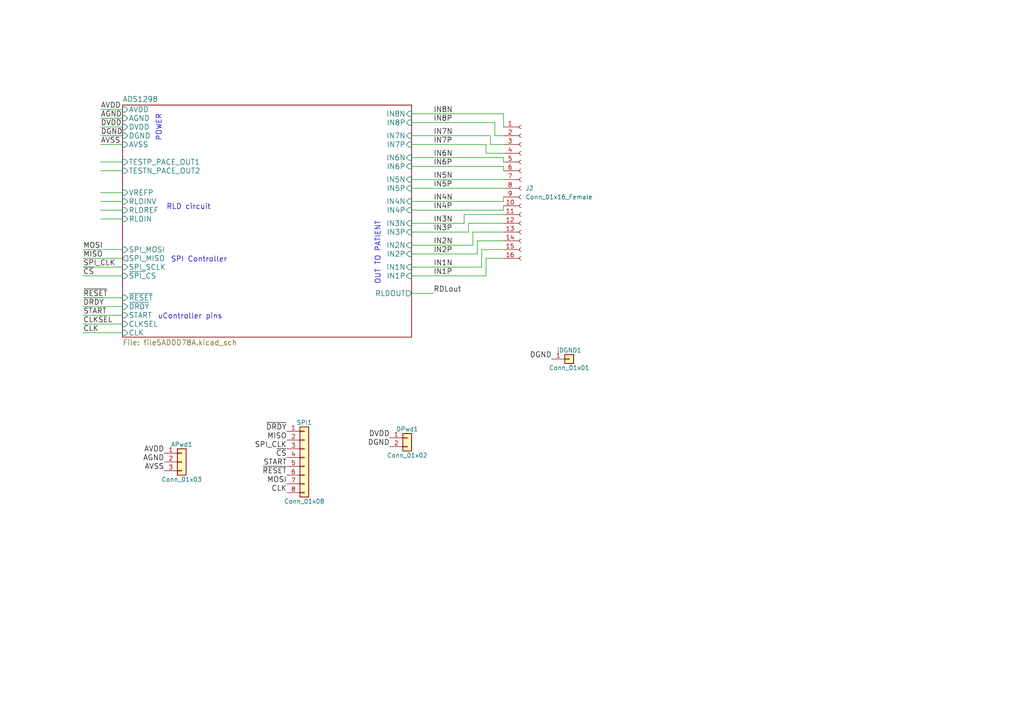
<source format=kicad_sch>
(kicad_sch (version 20230121) (generator eeschema)
  (paper "A4")
  (title_block (title "EEG wifi system") (date "18 jan 2017") (company "NNC") (comment 1 "Marcio Moraes"))
  (lib_symbols
    (symbol "ADS1298:Conn_01x01" (pin_names (offset 1.016) hide)
      (property "Reference" "J" (at 0 2.54 0))
      (property "Value" "Conn_01x01" (at 0 -2.54 0))
      (symbol "Conn_01x01_1_1"
        (rectangle (start -1.27 0.127) (end 0 -0.127) (stroke (width 0.1524)))
        (rectangle (start -1.27 1.27) (end 1.27 -1.27) (stroke (width 0.254)) (fill (type background)))
        (pin passive line (at -5.08 0 0) (length 3.81) (name "Pin_1") (number "1"))
      )
    )
    (symbol "ADS1298:Conn_01x02" (pin_names (offset 1.016) hide)
      (property "Reference" "J" (at 0 2.54 0))
      (property "Value" "Conn_01x02" (at 0 -5.08 0))
      (symbol "Conn_01x02_1_1"
        (rectangle (start -1.27 -2.413) (end 0 -2.667) (stroke (width 0.1524)))
        (rectangle (start -1.27 0.127) (end 0 -0.127) (stroke (width 0.1524)))
        (rectangle (start -1.27 1.27) (end 1.27 -3.81) (stroke (width 0.254)) (fill (type background)))
        (pin passive line (at -5.08 0 0) (length 3.81) (name "Pin_1") (number "1"))
        (pin passive line (at -5.08 -2.54 0) (length 3.81) (name "Pin_2") (number "2"))
      )
    )
    (symbol "ADS1298:Conn_01x03" (pin_names (offset 1.016) hide)
      (property "Reference" "J" (at 0 5.08 0))
      (property "Value" "Conn_01x03" (at 0 -5.08 0))
      (symbol "Conn_01x03_1_1"
        (rectangle (start -1.27 -2.413) (end 0 -2.667) (stroke (width 0.1524)))
        (rectangle (start -1.27 0.127) (end 0 -0.127) (stroke (width 0.1524)))
        (rectangle (start -1.27 2.667) (end 0 2.413) (stroke (width 0.1524)))
        (rectangle (start -1.27 3.81) (end 1.27 -3.81) (stroke (width 0.254)) (fill (type background)))
        (pin passive line (at -5.08 2.54 0) (length 3.81) (name "Pin_1") (number "1"))
        (pin passive line (at -5.08 0 0) (length 3.81) (name "Pin_2") (number "2"))
        (pin passive line (at -5.08 -2.54 0) (length 3.81) (name "Pin_3") (number "3"))
      )
    )
    (symbol "ADS1298:Conn_01x08" (pin_names (offset 1.016) hide)
      (property "Reference" "J" (at 0 10.16 0))
      (property "Value" "Conn_01x08" (at 0 -12.7 0))
      (symbol "Conn_01x08_1_1"
        (rectangle (start -1.27 -10.033) (end 0 -10.287) (stroke (width 0.1524)))
        (rectangle (start -1.27 -7.493) (end 0 -7.747) (stroke (width 0.1524)))
        (rectangle (start -1.27 -4.953) (end 0 -5.207) (stroke (width 0.1524)))
        (rectangle (start -1.27 -2.413) (end 0 -2.667) (stroke (width 0.1524)))
        (rectangle (start -1.27 0.127) (end 0 -0.127) (stroke (width 0.1524)))
        (rectangle (start -1.27 2.667) (end 0 2.413) (stroke (width 0.1524)))
        (rectangle (start -1.27 5.207) (end 0 4.953) (stroke (width 0.1524)))
        (rectangle (start -1.27 7.747) (end 0 7.493) (stroke (width 0.1524)))
        (rectangle (start -1.27 8.89) (end 1.27 -11.43) (stroke (width 0.254)) (fill (type background)))
        (pin passive line (at -5.08 7.62 0) (length 3.81) (name "Pin_1") (number "1"))
        (pin passive line (at -5.08 5.08 0) (length 3.81) (name "Pin_2") (number "2"))
        (pin passive line (at -5.08 2.54 0) (length 3.81) (name "Pin_3") (number "3"))
        (pin passive line (at -5.08 0 0) (length 3.81) (name "Pin_4") (number "4"))
        (pin passive line (at -5.08 -2.54 0) (length 3.81) (name "Pin_5") (number "5"))
        (pin passive line (at -5.08 -5.08 0) (length 3.81) (name "Pin_6") (number "6"))
        (pin passive line (at -5.08 -7.62 0) (length 3.81) (name "Pin_7") (number "7"))
        (pin passive line (at -5.08 -10.16 0) (length 3.81) (name "Pin_8") (number "8"))
      )
    )
    (symbol "Connector:Conn_01x16_Female" (pin_names (offset 1.016) hide)
      (property "Reference" "J" (at 0 20.32 0))
      (property "Value" "Conn_01x16_Female" (at 0 -22.86 0))
      (symbol "Conn_01x16_Female_1_1"
        (arc (start 0 -19.812) (mid -0.5058 -20.32) (end 0 -20.828) (stroke (width 0.1524)))
        (arc (start 0 -17.272) (mid -0.5058 -17.78) (end 0 -18.288) (stroke (width 0.1524)))
        (arc (start 0 -14.732) (mid -0.5058 -15.24) (end 0 -15.748) (stroke (width 0.1524)))
        (arc (start 0 -12.192) (mid -0.5058 -12.7) (end 0 -13.208) (stroke (width 0.1524)))
        (arc (start 0 -9.652) (mid -0.5058 -10.16) (end 0 -10.668) (stroke (width 0.1524)))
        (arc (start 0 -7.112) (mid -0.5058 -7.62) (end 0 -8.128) (stroke (width 0.1524)))
        (arc (start 0 -4.572) (mid -0.5058 -5.08) (end 0 -5.588) (stroke (width 0.1524)))
        (arc (start 0 -2.032) (mid -0.5058 -2.54) (end 0 -3.048) (stroke (width 0.1524)))
        (polyline (pts (xy -1.27 -20.32) (xy -0.508 -20.32)) (stroke (width 0.1524)))
        (polyline (pts (xy -1.27 -17.78) (xy -0.508 -17.78)) (stroke (width 0.1524)))
        (polyline (pts (xy -1.27 -15.24) (xy -0.508 -15.24)) (stroke (width 0.1524)))
        (polyline (pts (xy -1.27 -12.7) (xy -0.508 -12.7)) (stroke (width 0.1524)))
        (polyline (pts (xy -1.27 -10.16) (xy -0.508 -10.16)) (stroke (width 0.1524)))
        (polyline (pts (xy -1.27 -7.62) (xy -0.508 -7.62)) (stroke (width 0.1524)))
        (polyline (pts (xy -1.27 -5.08) (xy -0.508 -5.08)) (stroke (width 0.1524)))
        (polyline (pts (xy -1.27 -2.54) (xy -0.508 -2.54)) (stroke (width 0.1524)))
        (polyline (pts (xy -1.27 0) (xy -0.508 0)) (stroke (width 0.1524)))
        (polyline (pts (xy -1.27 2.54) (xy -0.508 2.54)) (stroke (width 0.1524)))
        (polyline (pts (xy -1.27 5.08) (xy -0.508 5.08)) (stroke (width 0.1524)))
        (polyline (pts (xy -1.27 7.62) (xy -0.508 7.62)) (stroke (width 0.1524)))
        (polyline (pts (xy -1.27 10.16) (xy -0.508 10.16)) (stroke (width 0.1524)))
        (polyline (pts (xy -1.27 12.7) (xy -0.508 12.7)) (stroke (width 0.1524)))
        (polyline (pts (xy -1.27 15.24) (xy -0.508 15.24)) (stroke (width 0.1524)))
        (polyline (pts (xy -1.27 17.78) (xy -0.508 17.78)) (stroke (width 0.1524)))
        (arc (start 0 0.508) (mid -0.5058 0) (end 0 -0.508) (stroke (width 0.1524)))
        (arc (start 0 3.048) (mid -0.5058 2.54) (end 0 2.032) (stroke (width 0.1524)))
        (arc (start 0 5.588) (mid -0.5058 5.08) (end 0 4.572) (stroke (width 0.1524)))
        (arc (start 0 8.128) (mid -0.5058 7.62) (end 0 7.112) (stroke (width 0.1524)))
        (arc (start 0 10.668) (mid -0.5058 10.16) (end 0 9.652) (stroke (width 0.1524)))
        (arc (start 0 13.208) (mid -0.5058 12.7) (end 0 12.192) (stroke (width 0.1524)))
        (arc (start 0 15.748) (mid -0.5058 15.24) (end 0 14.732) (stroke (width 0.1524)))
        (arc (start 0 18.288) (mid -0.5058 17.78) (end 0 17.272) (stroke (width 0.1524)))
        (pin passive line (at -5.08 17.78 0) (length 3.81) (name "Pin_1") (number "1"))
        (pin passive line (at -5.08 -5.08 0) (length 3.81) (name "Pin_10") (number "10"))
        (pin passive line (at -5.08 -7.62 0) (length 3.81) (name "Pin_11") (number "11"))
        (pin passive line (at -5.08 -10.16 0) (length 3.81) (name "Pin_12") (number "12"))
        (pin passive line (at -5.08 -12.7 0) (length 3.81) (name "Pin_13") (number "13"))
        (pin passive line (at -5.08 -15.24 0) (length 3.81) (name "Pin_14") (number "14"))
        (pin passive line (at -5.08 -17.78 0) (length 3.81) (name "Pin_15") (number "15"))
        (pin passive line (at -5.08 -20.32 0) (length 3.81) (name "Pin_16") (number "16"))
        (pin passive line (at -5.08 15.24 0) (length 3.81) (name "Pin_2") (number "2"))
        (pin passive line (at -5.08 12.7 0) (length 3.81) (name "Pin_3") (number "3"))
        (pin passive line (at -5.08 10.16 0) (length 3.81) (name "Pin_4") (number "4"))
        (pin passive line (at -5.08 7.62 0) (length 3.81) (name "Pin_5") (number "5"))
        (pin passive line (at -5.08 5.08 0) (length 3.81) (name "Pin_6") (number "6"))
        (pin passive line (at -5.08 2.54 0) (length 3.81) (name "Pin_7") (number "7"))
        (pin passive line (at -5.08 0 0) (length 3.81) (name "Pin_8") (number "8"))
        (pin passive line (at -5.08 -2.54 0) (length 3.81) (name "Pin_9") (number "9"))
      )
    )
  )
  (wire (pts (xy 119.38 85.09) (xy 125.73 85.09)))
  (wire (pts (xy 134.62 64.77) (xy 134.62 62.23)))
  (wire (pts (xy 29.21 49.53) (xy 35.56 49.53)))
  (wire (pts (xy 146.05 60.96) (xy 146.05 59.69)))
  (wire (pts (xy 119.38 73.66) (xy 138.43 73.66)))
  (wire (pts (xy 134.62 62.23) (xy 146.05 62.23)))
  (wire (pts (xy 146.05 36.83) (xy 146.05 33.02)))
  (wire (pts (xy 140.97 44.45) (xy 146.05 44.45)))
  (wire (pts (xy 138.43 69.85) (xy 146.05 69.85)))
  (wire (pts (xy 119.38 64.77) (xy 134.62 64.77)))
  (wire (pts (xy 29.21 60.96) (xy 35.56 60.96)))
  (wire (pts (xy 119.38 52.07) (xy 146.05 52.07)))
  (wire (pts (xy 29.21 55.88) (xy 35.56 55.88)))
  (wire (pts (xy 139.7 77.47) (xy 139.7 72.39)))
  (wire (pts (xy 119.38 45.72) (xy 146.05 45.72)))
  (wire (pts (xy 135.89 67.31) (xy 135.89 64.77)))
  (wire (pts (xy 119.38 71.12) (xy 137.16 71.12)))
  (wire (pts (xy 29.21 41.91) (xy 35.56 41.91)))
  (wire (pts (xy 137.16 71.12) (xy 137.16 67.31)))
  (wire (pts (xy 119.38 77.47) (xy 139.7 77.47)))
  (wire (pts (xy 119.38 54.61) (xy 146.05 54.61)))
  (wire (pts (xy 119.38 35.56) (xy 143.51 35.56)))
  (wire (pts (xy 119.38 33.02) (xy 146.05 33.02)))
  (wire (pts (xy 119.38 41.91) (xy 140.97 41.91)))
  (wire (pts (xy 139.7 72.39) (xy 146.05 72.39)))
  (wire (pts (xy 146.05 45.72) (xy 146.05 46.99)))
  (wire (pts (xy 29.21 31.75) (xy 35.56 31.75)))
  (wire (pts (xy 140.97 41.91) (xy 140.97 44.45)))
  (wire (pts (xy 35.56 77.47) (xy 24.13 77.47)))
  (wire (pts (xy 35.56 74.93) (xy 24.13 74.93)))
  (wire (pts (xy 29.21 46.99) (xy 35.56 46.99)))
  (wire (pts (xy 35.56 80.01) (xy 24.13 80.01)))
  (wire (pts (xy 24.13 91.44) (xy 35.56 91.44)))
  (wire (pts (xy 29.21 39.37) (xy 35.56 39.37)))
  (wire (pts (xy 29.21 36.83) (xy 35.56 36.83)))
  (wire (pts (xy 140.97 74.93) (xy 146.05 74.93)))
  (wire (pts (xy 29.21 58.42) (xy 35.56 58.42)))
  (wire (pts (xy 24.13 96.52) (xy 35.56 96.52)))
  (wire (pts (xy 146.05 48.26) (xy 146.05 49.53)))
  (wire (pts (xy 138.43 73.66) (xy 138.43 69.85)))
  (wire (pts (xy 119.38 80.01) (xy 140.97 80.01)))
  (wire (pts (xy 142.24 39.37) (xy 142.24 41.91)))
  (wire (pts (xy 35.56 72.39) (xy 24.13 72.39)))
  (wire (pts (xy 140.97 80.01) (xy 140.97 74.93)))
  (wire (pts (xy 143.51 35.56) (xy 143.51 39.37)))
  (wire (pts (xy 29.21 34.29) (xy 35.56 34.29)))
  (wire (pts (xy 29.21 63.5) (xy 35.56 63.5)))
  (wire (pts (xy 142.24 41.91) (xy 146.05 41.91)))
  (wire (pts (xy 137.16 67.31) (xy 146.05 67.31)))
  (wire (pts (xy 146.05 58.42) (xy 146.05 57.15)))
  (wire (pts (xy 119.38 48.26) (xy 146.05 48.26)))
  (wire (pts (xy 135.89 64.77) (xy 146.05 64.77)))
  (wire (pts (xy 24.13 86.36) (xy 35.56 86.36)))
  (wire (pts (xy 119.38 60.96) (xy 146.05 60.96)))
  (wire (pts (xy 119.38 39.37) (xy 142.24 39.37)))
  (wire (pts (xy 119.38 67.31) (xy 135.89 67.31)))
  (wire (pts (xy 119.38 58.42) (xy 146.05 58.42)))
  (wire (pts (xy 24.13 93.98) (xy 35.56 93.98)))
  (wire (pts (xy 143.51 39.37) (xy 146.05 39.37)))
  (wire (pts (xy 24.13 88.9) (xy 35.56 88.9)))
  (text "OUT TO PATIENT" (at 110.49 82.55 90) (effects (font (size 1.524 1.524)) (justify left bottom)))
  (text "POWER" (at 46.99 33.02 90) (effects (font (size 1.524 1.524)) (justify right bottom)))
  (text "uController pins" (at 45.72 92.71 0) (effects (font (size 1.524 1.524)) (justify left bottom)))
  (text "RLD circuit" (at 48.26 60.96 0) (effects (font (size 1.524 1.524)) (justify left bottom)))
  (text "SPI Controller" (at 49.53 76.2 0) (effects (font (size 1.524 1.524)) (justify left bottom)))
  (label "IN6N" (at 125.73 45.72 0) (effects (font (size 1.524 1.524))))
  (label "AVSS" (at 29.21 41.91 0) (effects (font (size 1.524 1.524))))
  (label "CLK" (at 24.13 96.52 0) (effects (font (size 1.524 1.524))))
  (label "IN7P" (at 125.73 41.91 0) (effects (font (size 1.524 1.524))))
  (label "IN5P" (at 125.73 54.61 0) (effects (font (size 1.524 1.524))))
  (label "MISO" (at 83.185 127.635 180) (effects (font (size 1.524 1.524))))
  (label "~{RESET}" (at 24.13 86.36 0) (effects (font (size 1.524 1.524))))
  (label "IN3P" (at 125.73 67.31 0) (effects (font (size 1.524 1.524))))
  (label "~{RESET}" (at 83.185 137.795 180) (effects (font (size 1.524 1.524))))
  (label "DGND" (at 29.21 39.37 0) (effects (font (size 1.524 1.524))))
  (label "SPI_CLK" (at 83.185 130.175 180) (effects (font (size 1.524 1.524))))
  (label "SPI_CLK" (at 24.13 77.47 0) (effects (font (size 1.524 1.524))))
  (label "DVDD" (at 113.03 127 180) (effects (font (size 1.524 1.524))))
  (label "IN8N" (at 125.73 33.02 0) (effects (font (size 1.524 1.524))))
  (label "IN7N" (at 125.73 39.37 0) (effects (font (size 1.524 1.524))))
  (label "~{CS}" (at 83.185 132.715 180) (effects (font (size 1.524 1.524))))
  (label "CLKSEL" (at 24.13 93.98 0) (effects (font (size 1.524 1.524))))
  (label "START" (at 24.13 91.44 0) (effects (font (size 1.524 1.524))))
  (label "AVDD" (at 47.625 131.445 180) (effects (font (size 1.524 1.524))))
  (label "DGND" (at 160.02 104.14 180) (effects (font (size 1.524 1.524))))
  (label "IN5N" (at 125.73 52.07 0) (effects (font (size 1.524 1.524))))
  (label "MOSI" (at 83.185 140.335 180) (effects (font (size 1.524 1.524))))
  (label "MISO" (at 24.13 74.93 0) (effects (font (size 1.524 1.524))))
  (label "AVSS" (at 47.625 136.525 180) (effects (font (size 1.524 1.524))))
  (label "IN6P" (at 125.73 48.26 0) (effects (font (size 1.524 1.524))))
  (label "IN8P" (at 125.73 35.56 0) (effects (font (size 1.524 1.524))))
  (label "IN1N" (at 125.73 77.47 0) (effects (font (size 1.524 1.524))))
  (label "IN1P" (at 125.73 80.01 0) (effects (font (size 1.524 1.524))))
  (label "~{DRDY}" (at 83.185 125.095 180) (effects (font (size 1.524 1.524))))
  (label "IN4N" (at 125.73 58.42 0) (effects (font (size 1.524 1.524))))
  (label "IN2P" (at 125.73 73.66 0) (effects (font (size 1.524 1.524))))
  (label "~{CS}" (at 24.13 80.01 0) (effects (font (size 1.524 1.524))))
  (label "START" (at 83.185 135.255 180) (effects (font (size 1.524 1.524))))
  (label "CLK" (at 83.185 142.875 180) (effects (font (size 1.524 1.524))))
  (label "AVDD" (at 29.21 31.75 0) (effects (font (size 1.524 1.524))))
  (label "AGND" (at 47.625 133.985 180) (effects (font (size 1.524 1.524))))
  (label "~{DRDY}" (at 24.13 88.9 0) (effects (font (size 1.524 1.524))))
  (label "DGND" (at 113.03 129.54 180) (effects (font (size 1.524 1.524))))
  (label "IN4P" (at 125.73 60.96 0) (effects (font (size 1.524 1.524))))
  (label "IN2N" (at 125.73 71.12 0) (effects (font (size 1.524 1.524))))
  (label "AGND" (at 29.21 34.29 0) (effects (font (size 1.524 1.524))))
  (label "RDLout" (at 125.73 85.09 0) (effects (font (size 1.524 1.524))))
  (label "IN3N" (at 125.73 64.77 0) (effects (font (size 1.524 1.524))))
  (label "DVDD" (at 29.21 36.83 0) (effects (font (size 1.524 1.524))))
  (label "MOSI" (at 24.13 72.39 0) (effects (font (size 1.524 1.524))))
  (symbol (lib_id "ADS1298:Conn_01x08") (at 88.265 132.715 0) (unit 1)
    (property "Reference" "SPI1" (at 88.265 122.555 0))
    (property "Value" "Conn_01x08" (at 88.265 145.415 0))
    (property "Footprint" "Pin_Headers:Pin_Header_Straight_1x08_Pitch2.00mm" (effects hide))
  )
  (symbol (lib_id "ADS1298:Conn_01x03") (at 52.705 133.985 0) (unit 1)
    (property "Reference" "APwd1" (at 52.705 128.905 0))
    (property "Value" "Conn_01x03" (at 52.705 139.065 0))
    (property "Footprint" "Pin_Headers:Pin_Header_Straight_1x03_Pitch2.00mm" (effects hide))
  )
  (symbol (lib_id "ADS1298:Conn_01x02") (at 118.11 127 0) (unit 1)
    (property "Reference" "DPwd1" (at 118.11 124.46 0))
    (property "Value" "Conn_01x02" (at 118.11 132.08 0))
    (property "Footprint" "Pin_Headers:Pin_Header_Straight_1x02_Pitch2.00mm" (effects hide))
  )
  (symbol (lib_id "ADS1298:Conn_01x01") (at 165.1 104.14 0) (unit 1)
    (property "Reference" "jDGND1" (at 165.1 101.6 0))
    (property "Value" "Conn_01x01" (at 165.1 106.68 0))
    (property "Footprint" "Connector_PinHeader_2.00mm:PinHeader_1x01_P2.00mm_Vertical" (effects hide))
  )
  (symbol (lib_id "Connector:Conn_01x16_Female") (at 151.13 54.61 0) (unit 1)
    (property "Reference" "J2" (at 152.4 54.6099 0) (effects (justify left)))
    (property "Value" "Conn_01x16_Female" (at 152.4 57.1499 0) (effects (justify left)))
    (property "Footprint" "Connector_PinHeader_2.54mm:PinHeader_1x16_P2.54mm_Vertical" (effects hide))
  )
  (sheet (at 35.56 30.48) (size 83.82 67.31)
    (property "Sheetname" "ADS1298" (at 35.56 29.6414 0) (effects (font (size 1.524 1.524)) (justify left bottom)))
    (property "Sheetfile" "file5AD0D78A.kicad_sch" (at 35.56 98.4762 0) (effects (font (size 1.524 1.524)) (justify left top)))
    (pin "DVDD" input (at 35.56 36.83 180) (effects (font (size 1.524 1.524))))
    (pin "~{DRDY}" input (at 35.56 88.9 180) (effects (font (size 1.524 1.524))))
    (pin "DGND" input (at 35.56 39.37 180) (effects (font (size 1.524 1.524))))
    (pin "SPI_MISO" output (at 35.56 74.93 180) (effects (font (size 1.524 1.524))))
    (pin "SPI_SCLK" input (at 35.56 77.47 180) (effects (font (size 1.524 1.524))))
    (pin "~{SPI_}CS" input (at 35.56 80.01 180) (effects (font (size 1.524 1.524))))
    (pin "START" input (at 35.56 91.44 180) (effects (font (size 1.524 1.524))))
    (pin "CLK" input (at 35.56 96.52 180) (effects (font (size 1.524 1.524))))
    (pin "SPI_MOSI" input (at 35.56 72.39 180) (effects (font (size 1.524 1.524))))
    (pin "AGND" input (at 35.56 34.29 180) (effects (font (size 1.524 1.524))))
    (pin "IN8N" input (at 119.38 33.02 0) (effects (font (size 1.524 1.524))))
    (pin "IN8P" input (at 119.38 35.56 0) (effects (font (size 1.524 1.524))))
    (pin "IN7N" input (at 119.38 39.37 0) (effects (font (size 1.524 1.524))))
    (pin "IN7P" input (at 119.38 41.91 0) (effects (font (size 1.524 1.524))))
    (pin "IN6N" input (at 119.38 45.72 0) (effects (font (size 1.524 1.524))))
    (pin "IN6P" input (at 119.38 48.26 0) (effects (font (size 1.524 1.524))))
    (pin "IN5N" input (at 119.38 52.07 0) (effects (font (size 1.524 1.524))))
    (pin "IN5P" input (at 119.38 54.61 0) (effects (font (size 1.524 1.524))))
    (pin "IN4N" input (at 119.38 58.42 0) (effects (font (size 1.524 1.524))))
    (pin "IN4P" input (at 119.38 60.96 0) (effects (font (size 1.524 1.524))))
    (pin "IN3P" input (at 119.38 67.31 0) (effects (font (size 1.524 1.524))))
    (pin "IN3N" input (at 119.38 64.77 0) (effects (font (size 1.524 1.524))))
    (pin "IN2P" input (at 119.38 73.66 0) (effects (font (size 1.524 1.524))))
    (pin "IN2N" input (at 119.38 71.12 0) (effects (font (size 1.524 1.524))))
    (pin "IN1P" input (at 119.38 80.01 0) (effects (font (size 1.524 1.524))))
    (pin "IN1N" input (at 119.38 77.47 0) (effects (font (size 1.524 1.524))))
    (pin "RLDOUT" output (at 119.38 85.09 0) (effects (font (size 1.524 1.524))))
    (pin "RLDINV" input (at 35.56 58.42 180) (effects (font (size 1.524 1.524))))
    (pin "CLKSEL" input (at 35.56 93.98 180) (effects (font (size 1.524 1.524))))
    (pin "AVDD" input (at 35.56 31.75 180) (effects (font (size 1.524 1.524))))
    (pin "RLDIN" input (at 35.56 63.5 180) (effects (font (size 1.524 1.524))))
    (pin "VREFP" input (at 35.56 55.88 180) (effects (font (size 1.524 1.524))))
    (pin "RLDREF" input (at 35.56 60.96 180) (effects (font (size 1.524 1.524))))
    (pin "AVSS" input (at 35.56 41.91 180) (effects (font (size 1.524 1.524))))
    (pin "TESTP_PACE_OUT1" input (at 35.56 46.99 180) (effects (font (size 1.524 1.524))))
    (pin "TESTN_PACE_OUT2" input (at 35.56 49.53 180) (effects (font (size 1.524 1.524))))
    (pin "~{RESET}" input (at 35.56 86.36 180) (effects (font (size 1.524 1.524))))
  )
)
</source>
